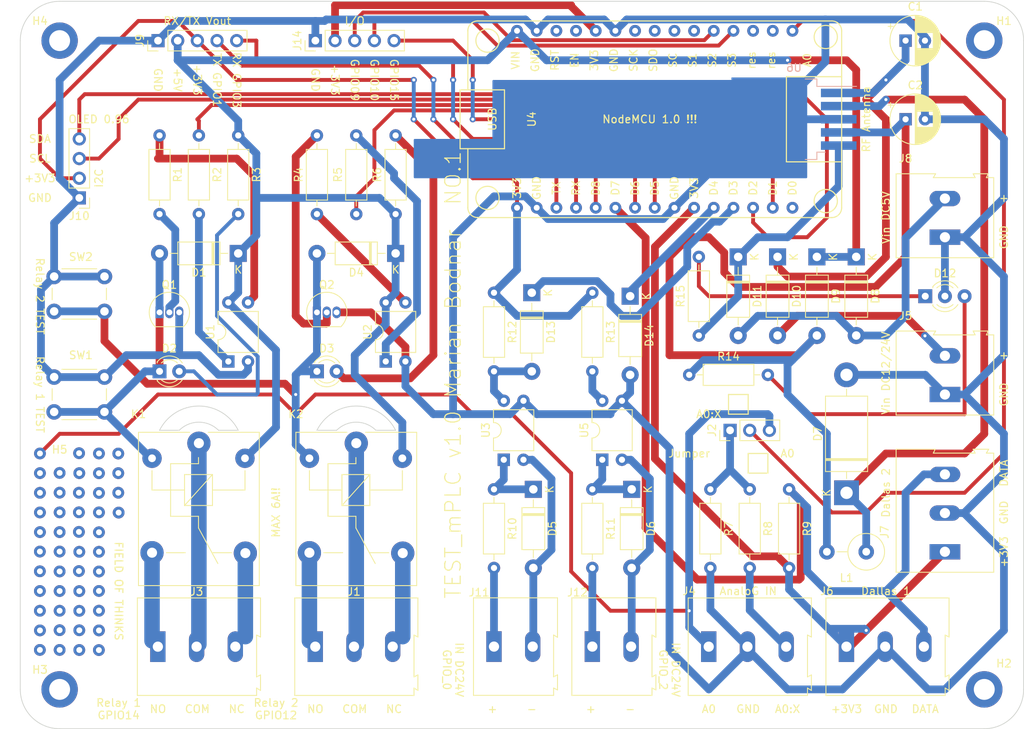
<source format=kicad_pcb>
(kicad_pcb (version 20211014) (generator pcbnew)
  (layers (0 "F.Cu" signal) (31 "B.Cu" signal) (34 "B.Paste" user) (35 "F.Paste" user) (36 "B.SilkS" user "B.Silkscreen") (37 "F.SilkS" user "F.Silkscreen") (38 "B.Mask" user) (39 "F.Mask" user) (44 "Edge.Cuts" user))
  (net 0 "")
  (net 1 "+5V")
  (net 2 "Net-(D1-Pad2)")
  (net 3 "Net-(D2-Pad2)")
  (net 4 "Net-(D3-Pad1)")
  (net 5 "Net-(D3-Pad2)")
  (net 6 "Net-(D5-Pad1)")
  (net 7 "Net-(D5-Pad2)")
  (net 8 "Net-(D6-Pad1)")
  (net 9 "Net-(D6-Pad2)")
  (net 10 "Net-(J1-Pad1)")
  (net 11 "Net-(J1-Pad2)")
  (net 12 "Net-(J1-Pad3)")
  (net 13 "Net-(J2-Pad1)")
  (net 14 "Net-(J2-Pad2)")
  (net 15 "Net-(J3-Pad1)")
  (net 16 "Net-(J3-Pad2)")
  (net 17 "Net-(J3-Pad3)")
  (net 18 "GND")
  (net 19 "Net-(J4-Pad3)")
  (net 20 "Net-(D10-Pad2)")
  (net 21 "Net-(J6-Pad3)")
  (net 22 "Net-(J9-Pad4)")
  (net 23 "Net-(J9-Pad5)")
  (net 24 "Net-(Q1-Pad2)")
  (net 25 "Net-(Q2-Pad2)")
  (net 26 "Net-(R1-Pad1)")
  (net 27 "Net-(R2-Pad1)")
  (net 28 "Net-(R2-Pad2)")
  (net 29 "Net-(R4-Pad1)")
  (net 30 "Net-(R5-Pad1)")
  (net 31 "Net-(R5-Pad2)")
  (net 32 "Net-(R13-Pad2)")
  (net 42 "Net-(C1-Pad1)")
  (net 43 "Net-(C2-Pad1)")
  (net 44 "Net-(D7-Pad1)")
  (net 45 "Net-(D11-Pad1)")
  (net 46 "Net-(D12-Pad3)")
  (net 47 "Net-(J11-Pad1)")
  (net 48 "Net-(J12-Pad1)")
  (net 49 "Net-(J6-Pad1)")
  (net 50 "Net-(J14-Pad3)")
  (net 51 "Net-(J14-Pad4)")
  (net 52 "Net-(J14-Pad5)")
  (net 53 "Net-(D12-Pad1)")
  (net 54 "Net-(D13-Pad1)")
  (net 55 "Net-(D13-Pad2)")
  (net 56 "Net-(D14-Pad1)")
  (net 57 "Net-(D11-Pad2)")
  (net 58 "Net-(J14-Pad2)")
  (net 59 "Net-(H5-Pad1)")
  (net 60 "Net-(J10-Pad2)")
  (net 61 "Net-(J10-Pad3)")
  (net 62 "Net-(J10-Pad4)")
  (footprint "Package_DIP:DIP-4_W7.62mm" (layer "F.Cu") (at 141.165 104.95 90)
    (fp_text reference "U3")
    (fp_text value "PC817")
  )
  (footprint "Nodemcu:Diera" (layer "F.Cu") (at 91.393315 109.209754)
    (fp_text reference "H6" hide)
    (fp_text value "MountingHole")
  )
  (footprint "Resistor_THT:R_Axial_DIN0207_L6.3mm_D2.5mm_P10.16mm_Horizontal" (layer "F.Cu") (at 166.35 88.9 90)
    (fp_text reference "R15")
    (fp_text value "1k")
  )
  (footprint "Nodemcu:Diera" (layer "F.Cu") (at 88.9 116.84)
    (fp_text reference "H6" hide)
    (fp_text value "MountingHole")
  )
  (footprint "Resistor_THT:R_Axial_DIN0207_L6.3mm_D2.5mm_P10.16mm_Horizontal" (layer "F.Cu") (at 101.8 63.05 -90)
    (fp_text reference "R2")
    (fp_text value "1K")
  )
  (footprint "Nodemcu:Diera" (layer "F.Cu") (at 91.440001 111.778395)
    (fp_text reference "H6" hide)
    (fp_text value "MountingHole")
  )
  (footprint "Diode_THT:D_DO-41_SOD81_P10.16mm_Horizontal" (layer "F.Cu") (at 144.78 83.37 -90)
    (fp_text reference "D13")
    (fp_text value "1N5817")
  )
  (footprint "Resistor_THT:R_Axial_DIN0207_L6.3mm_D2.5mm_P10.16mm_Horizontal" (layer "F.Cu") (at 178 118.93 90)
    (fp_text reference "R9")
    (fp_text value "4K7")
  )
  (footprint "Nodemcu:Diera" (layer "F.Cu") (at 86.313314 119.332265)
    (fp_text reference "H6" hide)
    (fp_text value "MountingHole")
  )
  (footprint "Nodemcu:Diera" (layer "F.Cu") (at 83.819999 129.520206)
    (fp_text reference "H6" hide)
    (fp_text value "MountingHole")
  )
  (footprint "Nodemcu:Diera" (layer "F.Cu") (at 88.9 124.450103)
    (fp_text reference "H6" hide)
    (fp_text value "MountingHole")
  )
  (footprint "Nodemcu:Diera" (layer "F.Cu") (at 88.9 119.389197)
    (fp_text reference "H6" hide)
    (fp_text value "MountingHole")
  )
  (footprint "Diode_THT:D_DO-41_SOD81_P10.16mm_Horizontal" (layer "F.Cu") (at 181.59 78.74 -90)
    (fp_text reference "D9")
    (fp_text value "1N5817")
  )
  (footprint "Resistor_THT:R_Axial_DIN0207_L6.3mm_D2.5mm_P10.16mm_Horizontal" (layer "F.Cu") (at 152.6 83.37 -90)
    (fp_text reference "R13")
    (fp_text value "5K6")
  )
  (footprint "Nodemcu:Diera" (layer "F.Cu") (at 86.331708 104.103211)
    (fp_text reference "H6" hide)
    (fp_text value "MountingHole")
  )
  (footprint "Nodemcu:Diera" (layer "F.Cu") (at 91.393315 106.679301)
    (fp_text reference "H6" hide)
    (fp_text value "MountingHole")
  )
  (footprint "Button_Switch_THT:SW_PUSH_6mm" (layer "F.Cu") (at 83.11 81.28)
    (fp_text reference "SW2")
    (fp_text value "SW1")
  )
  (footprint "Diode_THT:D_DO-41_SOD81_P10.16mm_Horizontal" (layer "F.Cu") (at 176.51 78.74 -90)
    (fp_text reference "D10")
    (fp_text value "1N4007")
  )
  (footprint "Diode_THT:D_DO-41_SOD81_P10.16mm_Horizontal" (layer "F.Cu") (at 144.98 108.77 -90)
    (fp_text reference "D5")
    (fp_text value "1N4007")
  )
  (footprint "Resistor_THT:R_Axial_DIN0207_L6.3mm_D2.5mm_P10.16mm_Horizontal" (layer "F.Cu") (at 167.84 108.77 -90)
    (fp_text reference "R7")
    (fp_text value "1k")
  )
  (footprint "Nodemcu:Diera" (layer "F.Cu") (at 88.900001 114.318395)
    (fp_text reference "H6" hide)
    (fp_text value "MountingHole")
  )
  (footprint "Capacitor_THT:CP_Radial_D6.3mm_P2.50mm" (layer "F.Cu") (at 193.04 60.96)
    (fp_text reference "C2")
    (fp_text value "100uF")
  )
  (footprint "Nodemcu:Diera" (layer "F.Cu") (at 86.313314 114.271359)
    (fp_text reference "H6" hide)
    (fp_text value "MountingHole")
  )
  (footprint "Nodemcu:Diera" (layer "F.Cu") (at 86.313314 111.740906)
    (fp_text reference "H6" hide)
    (fp_text value "MountingHole")
  )
  (footprint "Nodemcu:Diera" (layer "F.Cu") (at 86.36 129.530103)
    (fp_text reference "H6" hide)
    (fp_text value "MountingHole")
  )
  (footprint "Resistor_THT:R_Axial_DIN0207_L6.3mm_D2.5mm_P10.16mm_Horizontal" (layer "F.Cu") (at 117.04 73.21 90)
    (fp_text reference "R4")
    (fp_text value "510R")
  )
  (footprint "TerminalBlock:TerminalBlock_Altech_AK300-3_P5.00mm" (layer "F.Cu") (at 198.12 116.84 90)
    (fp_text reference "J7")
    (fp_text value "DALLAS2")
  )
  (footprint "Diode_THT:D_DO-41_SOD81_P10.16mm_Horizontal" (layer "F.Cu") (at 171.43 78.74 -90)
    (fp_text reference "D11")
    (fp_text value "1N5817")
  )
  (footprint "Capacitor_THT:CP_Radial_D6.3mm_P2.50mm" (layer "F.Cu") (at 193.04 50.8)
    (fp_text reference "C1")
    (fp_text value "100uF")
  )
  (footprint "Nodemcu:Diera" (layer "F.Cu") (at 81.28 104.14)
    (fp_text reference "H5")
    (fp_text value "adsd")
  )
  (footprint "Resistor_THT:R_Axial_DIN0207_L6.3mm_D2.5mm_P10.16mm_Horizontal" (layer "F.Cu") (at 172.92 108.77 -90)
    (fp_text reference "R8")
    (fp_text value "1k")
  )
  (footprint "TerminalBlock:TerminalBlock_Altech_AK300-3_P5.00mm" (layer "F.Cu") (at 185.405 129.1)
    (fp_text reference "J6")
    (fp_text value "DALLAS1")
  )
  (footprint "MountingHole:MountingHole_2.7mm_M2.5_DIN965_Pad" (layer "F.Cu") (at 203.2 50.8)
    (fp_text reference "H1")
    (fp_text value "MountingHole")
  )
  (footprint "MountingHole:MountingHole_2.7mm_M2.5_DIN965_Pad" (layer "F.Cu") (at 203.2 134.62)
    (fp_text reference "H2")
    (fp_text value "MountingHole")
  )
  (footprint "Nodemcu:Diera" (layer "F.Cu") (at 83.819999 126.971009)
    (fp_text reference "H6" hide)
    (fp_text value "MountingHole")
  )
  (footprint "Nodemcu:Diera" (layer "F.Cu") (at 83.819999 114.299999)
    (fp_text reference "H6" hide)
    (fp_text value "MountingHole")
  )
  (footprint "Nodemcu:Diera" (layer "F.Cu") (at 83.819999 124.4593)
    (fp_text reference "H6" hide)
    (fp_text value "MountingHole")
  )
  (footprint "Resistor_THT:R_Axial_DIN0207_L6.3mm_D2.5mm_P10.16mm_Horizontal" (layer "F.Cu") (at 139.9 83.37 -90)
    (fp_text reference "R12")
    (fp_text value "5K6")
  )
  (footprint "Nodemcu:Diera" (layer "F.Cu") (at 86.36 106.68)
    (fp_text reference "H6" hide)
    (fp_text value "MountingHole")
  )
  (footprint "Resistor_THT:R_Axial_DIN0207_L6.3mm_D2.5mm_P10.16mm_Horizontal" (layer "F.Cu") (at 122.12 73.21 90)
    (fp_text reference "R5")
    (fp_text value "1K")
  )
  (footprint "Package_DIP:DIP-4_W7.62mm" (layer "F.Cu") (at 153.88 104.95 90)
    (fp_text reference "U5")
    (fp_text value "PC817")
  )
  (footprint "Nodemcu:Diera" (layer "F.Cu") (at 81.270802 121.910103)
    (fp_text reference "H6" hide)
    (fp_text value "MountingHole")
  )
  (footprint "TerminalBlock:TerminalBlock_Altech_AK300-2_P5.00mm" (layer "F.Cu") (at 198.12 96.52 90)
    (fp_text reference "J5")
    (fp_text value "DC24Vin")
  )
  (footprint "Nodemcu:Diera" (layer "F.Cu") (at 81.28 127)
    (fp_text reference "H6" hide)
    (fp_text value "MountingHole")
  )
  (footprint "Nodemcu:Diera" (layer "F.Cu") (at 81.270802 124.4593)
    (fp_text reference "H6" hide)
    (fp_text value "MountingHole")
  )
  (footprint "TerminalBlock:TerminalBlock_Altech_AK300-3_P5.00mm" (layer "F.Cu") (at 96.505 129.1)
    (fp_text reference "J3")
    (fp_text value "RELAY1")
  )
  (footprint "Nodemcu:Diera" (layer "F.Cu") (at 86.36 121.92)
    (fp_text reference "H6" hide)
    (fp_text value "MountingHole")
  )
  (footprint "Nodemcu:Diera" (layer "F.Cu") (at 81.270802 129.520206)
    (fp_text reference "H6" hide)
    (fp_text value "MountingHole")
  )
  (footprint "Nodemcu:Diera" (layer "F.Cu") (at 88.9 127)
    (fp_text reference "H6" hide)
    (fp_text value "MountingHole")
  )
  (footprint "LED_THT:LED_D3.0mm" (layer "F.Cu") (at 96.72 93.53)
    (fp_text reference "D2")
    (fp_text value "LED")
  )
  (footprint "Resistor_THT:R_Axial_DIN0207_L6.3mm_D2.5mm_P10.16mm_Horizontal" (layer "F.Cu") (at 152.6 108.77 -90)
    (fp_text reference "R11")
    (fp_text value "10K")
  )
  (footprint "Relay_THT:Relay_SPDT_SANYOU_SRD_Series_Form_C" (layer "F.Cu") (at 101.8 102.81 -90)
    (fp_text reference "K1")
    (fp_text value "SANYOU_SRD_Form_C")
  )
  (footprint "Nodemcu:Diera" (layer "F.Cu") (at 81.28 109.22)
    (fp_text reference "H6" hide)
    (fp_text value "MountingHole")
  )
  (footprint "Nodemcu:Diera" (layer "F.Cu") (at 83.819999 116.811708)
    (fp_text reference "H6" hide)
    (fp_text value "MountingHole")
  )
  (footprint "Nodemcu:Diera" (layer "F.Cu") (at 86.36 124.469197)
    (fp_text reference "H6" hide)
    (fp_text value "MountingHole")
  )
  (footprint "Connector_PinHeader_2.54mm:PinHeader_1x03_P2.54mm_Vertical" (layer "F.Cu") (at 170.38 101.15 90)
    (fp_text reference "J2")
    (fp_text value "Analog switch")
  )
  (footprint "Nodemcu:Diera" (layer "F.Cu") (at 86.36 126.980906)
    (fp_text reference "H6" hide)
    (fp_text value "MountingHole")
  )
  (footprint "Nodemcu:Diera" (layer "F.Cu") (at 83.82 119.38)
    (fp_text reference "H6" hide)
    (fp_text value "MountingHole")
  )
  (footprint "Nodemcu:Diera" (layer "F.Cu") (at 91.393315 104.148848)
    (fp_text reference "H6" hide)
    (fp_text value "MountingHole")
  )
  (footprint "MountingHole:MountingHole_2.7mm_M2.5_DIN965_Pad" (layer "F.Cu") (at 83.82 134.62)
    (fp_text reference "H3")
    (fp_text value "MountingHole")
  )
  (footprint "Nodemcu:Diera" (layer "F.Cu") (at 81.28 106.68)
    (fp_text reference "H6" hide)
    (fp_text value "MountingHole")
  )
  (footprint "TerminalBlock:TerminalBlock_Altech_AK300-2_P5.00mm" (layer "F.Cu") (at 198.12 76.2 90)
    (fp_text reference "J8")
    (fp_text value "Vin5V")
  )
  (footprint "Nodemcu:Diera" (layer "F.Cu") (at 88.9 104.14)
    (fp_text reference "H6" hide)
    (fp_text value "MountingHole")
  )
  (footprint "Nodemcu:Diera" (layer "F.Cu") (at 83.819999 106.652408)
    (fp_text reference "H6" hide)
    (fp_text value "MountingHole")
  )
  (footprint "Button_Switch_THT:SW_PUSH_6mm" (layer "F.Cu") (at 83.11 94.27)
    (fp_text reference "SW1")
    (fp_text value "SW1")
  )
  (footprint "Nodemcu:Diera" (layer "F.Cu") (at 83.819999 111.750802)
    (fp_text reference "H6" hide)
    (fp_text value "MountingHole")
  )
  (footprint "Nodemcu:Diera" (layer "F.Cu") (at 81.270802 119.360906)
    (fp_text reference "H6" hide)
    (fp_text value "MountingHole")
  )
  (footprint "Connector_PinHeader_2.54mm:PinHeader_1x05_P2.54mm_Vertical" (layer "F.Cu") (at 116.84 50.8 90)
    (fp_text reference "J14")
    (fp_text value "GPIO-3V3")
  )
  (footprint "Package_DIP:DIP-4_W7.62mm" (layer "F.Cu") (at 105.605 92.25 90)
    (fp_text reference "U1")
    (fp_text value "PC817")
  )
  (footprint "TerminalBlock:TerminalBlock_Altech_AK300-2_P5.00mm" (layer "F.Cu") (at 152.6 129.09)
    (fp_text reference "J12")
    (fp_text value "IN2")
  )
  (footprint "Diode_THT:D_DO-41_SOD81_P10.16mm_Horizontal" (layer "F.Cu") (at 127.2 78.29 180)
    (fp_text reference "D4")
    (fp_text value "1N4007")
  )
  (footprint "Resistor_THT:R_Axial_DIN0207_L6.3mm_D2.5mm_P10.16mm_Horizontal" (layer "F.Cu") (at 127.2 73.21 90)
    (fp_text reference "R6")
    (fp_text value "1k")
  )
  (footprint "Package_TO_SOT_THT:TO-92_Inline" (layer "F.Cu") (at 96.72 85.91)
    (fp_text reference "Q1")
    (fp_text value "BC547")
  )
  (footprint "Nodemcu:NodeMCU1.0(12-E)" (layer "F.Cu") (at 178.435 49.53 -90)
    (fp_text reference "U4")
    (fp_text value "NodeMCU1.0(ESP-12E)")
  )
  (footprint "Nodemcu:Diera" (layer "F.Cu") (at 88.9 121.900906)
    (fp_text reference "H6" hide)
    (fp_text value "MountingHole")
  )
  (footprint "Relay_THT:Relay_SPDT_SANYOU_SRD_Series_Form_C" (layer "F.Cu") (at 122.12 102.81 -90)
    (fp_text reference "K2")
    (fp_text value "SANYOU_SRD_Form_C")
  )
  (footprint "Nodemcu:Diera" (layer "F.Cu") (at 88.9 106.689197)
    (fp_text reference "H6" hide)
    (fp_text value "MountingHole")
  )
  (footprint "Nodemcu:Diera" (layer "F.Cu") (at 88.9 109.238394)
    (fp_text reference "H6" hide)
    (fp_text value "MountingHole")
  )
  (footprint "Nodemcu:Diera" (layer "F.Cu") (at 81.28 111.76)
    (fp_text reference "H6" hide)
    (fp_text value "MountingHole")
  )
  (footprint "Diode_THT:D_DO-201AD_P15.24mm_Horizontal" (layer "F.Cu") (at 185.42 109.22 90)
    (fp_text reference "D7")
    (fp_text value "1N5822")
  )
  (footprint "LED_THT:LED_D3.0mm-3" (layer "F.Cu") (at 195.58 83.82)
    (fp_text reference "D12")
    (fp_text value "LED_Dual_AKA")
  )
  (footprint "Nodemcu:Diera" (layer "F.Cu") (at 83.819999 121.910103)
    (fp_text reference "H6" hide)
    (fp_text value "MountingHole")
  )
  (footprint "Package_TO_SOT_THT:TO-92_Inline" (layer "F.Cu") (at 117.04 85.91)
    (fp_text reference "Q2")
    (fp_text value "BC547")
  )
  (footprint "Diode_THT:D_DO-41_SOD81_P10.16mm_Horizontal" (layer "F.Cu") (at 186.67 78.74 -90)
    (fp_text reference "D8")
    (fp_text value "1N5817")
  )
  (footprint "Resistor_THT:R_Axial_DIN0207_L6.3mm_D2.5mm_P10.16mm_Horizontal" (layer "F.Cu") (at 165.1 93.98)
    (fp_text reference "R14")
    (fp_text value "1k")
  )
  (footprint "MountingHole:MountingHole_2.7mm_M2.5_DIN965_Pad" (layer "F.Cu") (at 83.82 50.8)
    (fp_text reference "H4")
    (fp_text value "MountingHole")
  )
  (footprint "TerminalBlock:TerminalBlock_Altech_AK300-3_P5.00mm" (layer "F.Cu") (at 116.825 129.1)
    (fp_text reference "J1")
    (fp_text value "RELAY2")
  )
  (footprint "Nodemcu:Diera" (layer "F.Cu") (at 88.9 111.750103)
    (fp_text reference "H6" hide)
    (fp_text value "MountingHole")
  )
  (footprint "Nodemcu:Diera" (layer "F.Cu") (at 86.36 116.84)
    (fp_text reference "H6" hide)
    (fp_text value "MountingHole")
  )
  (footprint "TerminalBlock:TerminalBlock_Altech_AK300-2_P5.00mm" (layer "F.Cu") (at 139.9 129.09)
    (fp_text reference "J11")
    (fp_text value "IN1")
  )
  (footprint "Resistor_THT:R_Axial_DIN0207_L6.3mm_D2.5mm_P10.16mm_Horizontal" (layer "F.Cu") (at 106.88 63.05 -90)
    (fp_text reference "R3")
    (fp_text value "1k")
  )
  (footprint "Diode_THT:D_DO-41_SOD81_P10.16mm_Horizontal" (layer "F.Cu") (at 157.68 108.77 -90)
    (fp_text reference "D6")
    (fp_text value "1N4007")
  )
  (footprint "Connector_PinHeader_2.54mm:PinHeader_1x05_P2.54mm_Vertical" (layer "F.Cu") (at 96.525 50.8 90)
    (fp_text reference "J9")
    (fp_text value "RX/TX")
  )
  (footprint "Diode_THT:D_DO-41_SOD81_P10.16mm_Horizontal" (layer "F.Cu") (at 106.88 78.29 180)
    (fp_text reference "D1")
    (fp_text value "1N4007")
  )
  (footprint "Package_DIP:DIP-4_W7.62mm" (layer "F.Cu") (at 125.925 92.25 90)
    (fp_text reference "U2")
    (fp_text value "PC817")
  )
  (footprint "TerminalBlock:TerminalBlock_Altech_AK300-3_P5.00mm" (layer "F.Cu") (at 167.625 129.1)
    (fp_text reference "J4")
    (fp_text value "A0")
  )
  (footprint "Resistor_THT:R_Axial_DIN0207_L6.3mm_D2.5mm_P10.16mm_Horizontal" (layer "F.Cu") (at 139.9 108.77 -90)
    (fp_text reference "R10")
    (fp_text value "10K")
  )
  (footprint "Nodemcu:Diera" (layer "F.Cu") (at 81.28 114.3)
    (fp_text reference "H6" hide)
    (fp_text value "MountingHole")
  )
  (footprint "Inductor_THT:L_Axial_L11.0mm_D4.5mm_P5.08mm_Vertical_Fastron_MECC" (layer "F.Cu") (at 187.96 116.84 180)
    (fp_text reference "L1")
    (fp_text value "330uH")
  )
  (footprint "LED_THT:LED_D3.0mm" (layer "F.Cu") (at 117.04 93.53)
    (fp_text reference "D3")
    (fp_text value "LED")
  )
  (footprint "Nodemcu:Diera" (layer "F.Cu") (at 83.819999 109.201605)
    (fp_text reference "H6" hide)
    (fp_text value "MountingHole")
  )
  (footprint "Nodemcu:Diera" (layer "F.Cu") (at 88.889403 129.539999)
    (fp_text reference "H6" hide)
    (fp_text value "MountingHole")
  )
  (footprint "Resistor_THT:R_Axial_DIN0207_L6.3mm_D2.5mm_P10.16mm_Horizontal" (layer "F.Cu") (at 96.72 63.05 -90)
    (fp_text reference "R1")
    (fp_text value "510R")
  )
  (footprint "Diode_THT:D_DO-41_SOD81_P10.16mm_Horizontal" (layer "F.Cu") (at 157.48 83.82 -90)
    (fp_text reference "D14")
    (fp_text value "1N5817")
  )
  (footprint "Nodemcu:Diera" (layer "F.Cu") (at 86.313314 109.210453)
    (fp_text reference "H6" hide)
    (fp_text value "MountingHole")
  )
  (footprint "Nodemcu:Diera" (layer "F.Cu") (at 81.270802 116.811708)
    (fp_text reference "H6" hide)
    (fp_text value "MountingHole")
  )
  (footprint "Connector_PinHeader_2.54mm:PinHeader_1x04_P2.54mm_Vertical" (layer "F.Cu") (at 86.36 71.12 180)
    (fp_text reference "J10")
    (fp_text value "I2C")
  )
  (footprint "Package_TO_SOT_SMD:TO-263-5_TabPin3" (layer "B.Cu") (at 178.635 60.96 180)
    (fp_text reference "U6")
    (fp_text value "LM2575-5.0BU")
  )
  (gr_line (start 172.72 104.14) (end 175.26 104.14) (layer "F.SilkS") (width 0.15))
  (gr_line (start 172.72 99.06) (end 172.72 96.52) (layer "F.SilkS") (width 0.15))
  (gr_line (start 175.26 106.68) (end 172.72 106.68) (layer "F.SilkS") (width 0.15))
  (gr_line (start 170.18 96.52) (end 170.18 99.06) (layer "F.SilkS") (width 0.15))
  (gr_line (start 175.26 104.14) (end 175.26 106.68) (layer "F.SilkS") (width 0.15))
  (gr_line (start 172.72 96.52) (end 170.18 96.52) (layer "F.SilkS") (width 0.15))
  (gr_line (start 170.18 99.06) (end 172.72 99.06) (layer "F.SilkS") (width 0.15))
  (gr_line (start 172.72 106.68) (end 172.72 104.14) (layer "F.SilkS") (width 0.15))
  (gr_arc (start 119.58 101.15) (mid 122.12 100.097898) (end 124.66 101.15) (layer "Edge.Cuts") (width 0.1))
  (gr_line (start 83.82 139.7) (end 203.2 139.7) (layer "Edge.Cuts") (width 0.1))
  (gr_arc (start 96.720001 101.15) (mid 101.8 98.010374) (end 106.879999 101.15) (layer "Edge.Cuts") (width 0.1))
  (gr_arc (start 99.26 101.15) (mid 101.8 100.097898) (end 104.34 101.15) (layer "Edge.Cuts") (width 0.1))
  (gr_line (start 104.34 101.15) (end 106.879999 101.15) (layer "Edge.Cuts") (width 0.1))
  (gr_line (start 96.720001 101.15) (end 99.26 101.15) (layer "Edge.Cuts") (width 0.1))
  (gr_arc (start 203.2 45.72) (mid 206.792102 47.207898) (end 208.28 50.8) (layer "Edge.Cuts") (width 0.1))
  (gr_line (start 124.66 101.15) (end 127.199999 101.15) (layer "Edge.Cuts") (width 0.1))
  (gr_line (start 117.040001 101.15) (end 119.58 101.15) (layer "Edge.Cuts") (width 0.1))
  (gr_arc (start 208.28 134.62) (mid 206.792102 138.212102) (end 203.2 139.7) (layer "Edge.Cuts") (width 0.1))
  (gr_line locked (start 83.82 45.72) (end 203.2 45.72) (layer "Edge.Cuts") (width 0.1))
  (gr_arc (start 78.74 50.8) (mid 80.227898 47.207898) (end 83.82 45.72) (layer "Edge.Cuts") (width 0.1))
  (gr_line (start 208.28 50.8) (end 208.28 134.62) (layer "Edge.Cuts") (width 0.1))
  (gr_arc (start 117.040001 101.15) (mid 122.12 98.010388) (end 127.199999 101.15) (layer "Edge.Cuts") (width 0.1))
  (gr_line (start 78.74 50.8) (end 78.74 134.62) (layer "Edge.Cuts") (width 0.1))
  (gr_arc (start 83.82 139.7) (mid 80.227898 138.212102) (end 78.74 134.62) (layer "Edge.Cuts") (width 0.1))
  (gr_text "+3V3" (at 81.28 68.58) (layer "F.SilkS") (effects (font (size 1 1))))
  (gr_text "+" (at 205.74 71.12) (layer "F.SilkS") (effects (font (size 1 1))))
  (gr_text "COM" (at 121.92 137.16) (layer "F.SilkS") (effects (font (size 1 1))))
  (gr_text "Relay 1\nGPIO14" (at 91.44 137.16) (layer "F.SilkS") (effects (font (size 1 1))))
  (gr_text "Vin DC5V" (at 190.5 73.66 90) (layer "F.SilkS") (effects (font (size 1 1))))
  (gr_text "GND" (at 116.84 55.88 270) (layer "F.SilkS") (effects (font (size 1 1))))
  (gr_text "IN DC24V\nGPIO_0" (at 134.62 132.08 270) (layer "F.SilkS") (effects (font (size 1 1))))
  (gr_text "A0" (at 177.8 104.14) (layer "F.SilkS") (effects (font (size 1 1))))
  (gr_text "RX GPIO3" (at 106.68 55.88 270) (layer "F.SilkS") (effects (font (size 1 1))))
  (gr_text "GPIO15" (at 127 55.88 270) (layer "F.SilkS") (effects (font (size 1 1))))
  (gr_text "NodeMCU 1.0 !!!" (at 160.02 60.96) (layer "F.SilkS") (effects (font (size 1 1))))
  (gr_text "I2C" (at 88.9 68.58 90) (layer "F.SilkS") (effects (font (size 1 1))))
  (gr_text "NO" (at 96.52 137.16) (layer "F.SilkS") (effects (font (size 1 1))))
  (gr_text "GND" (at 81.28 71.12) (layer "F.SilkS") (effects (font (size 1 1))))
  (gr_text "A0" (at 167.64 137.16) (layer "F.SilkS") (effects (font (size 1 1))))
  (gr_text "-" (at 157.48 137.16) (layer "F.SilkS") (effects (font (size 1 1))))
  (gr_text "+" (at 205.74 91.44) (layer "F.SilkS") (effects (font (size 1 1))))
  (gr_text "NC" (at 126.997901 137.159999) (layer "F.SilkS") (effects (font (size 1 1))))
  (gr_text "GND" (at 96.52 55.88 270) (layer "F.SilkS") (effects (font (size 1 1))))
  (gr_text "COM" (at 101.6 137.16) (layer "F.SilkS") (effects (font (size 1 1))))
  (gr_text "A0:X" (at 177.8 137.16) (layer "F.SilkS") (effects (font (size 1 1))))
  (gr_text "DATA" (at 195.58 137.16) (layer "F.SilkS") (effects (font (size 1 1))))
  (gr_text "GND" (at 190.5 137.16) (layer "F.SilkS") (effects (font (size 1 1))))
  (gr_text "AnaloG IN" (at 172.72 121.92) (layer "F.SilkS") (effects (font (size 1 1))))
  (gr_text "OLED 0.96" (at 88.9 60.96) (layer "F.SilkS") (effects (font (size 1 1))))
  (gr_text "FIELD OF THINKS" (at 91.44 121.92 270) (layer "F.SilkS") (effects (font (size 1 1))))
  (gr_text "Relay 2\nGPIO12" (at 111.76 137.16) (layer "F.SilkS") (effects (font (size 1 1))))
  (gr_text "+3V3" (at 185.42 137.16) (layer "F.SilkS") (effects (font (size 1 1))))
  (gr_text "Dallas 2" (at 190.5 109.22 90) (layer "F.SilkS") (effects (font (size 1 1))))
  (gr_text "+3V3" (at 101.6 55.88 270) (layer "F.SilkS") (effects (font (size 1 1))))
  (gr_text "SDA" (at 81.28 63.5) (layer "F.SilkS") (effects (font (size 1 1))))
  (gr_text "NO" (at 116.84 137.16) (layer "F.SilkS") (effects (font (size 1 1))))
  (gr_text "Vin DC12/24V" (at 190.5 93.745 90) (layer "F.SilkS") (effects (font (size 1 1))))
  (gr_text "+" (at 152.4 137.16) (layer "F.SilkS") (effects (font (size 1 1))))
  (gr_text "RX/TX Vout" (at 101.6 48.26) (layer "F.SilkS") (effects (font (size 1 1))))
  (gr_text "+3V3" (at 205.74 116.84 90) (layer "F.SilkS") (effects (font (size 1 1))))
  (gr_text "Relay 2 TEST" (at 81.28 83.82 270) (layer "F.SilkS") (effects (font (size 1 1))))
  (gr_text "TEST_mPLC v1.0 Marian Bodnar  NO.1" (at 134.62 93.98 90) (layer "F.SilkS") (effects (font (size 2 2))))
  (gr_text "GND" (at 205.74 111.76 90) (layer "F.SilkS") (effects (font (size 1 1))))
  (gr_text "+" (at 139.7 137.16) (layer "F.SilkS") (effects (font (size 1 1))))
  (gr_text "GPIO09" (at 121.92 55.88 270) (layer "F.SilkS") (effects (font (size 1 1))))
  (gr_text "Relay 1 TEST" (at 81.28 96.52 270) (layer "F.SilkS") (effects (font (size 1 1))))
  (gr_text "IN DC24V\nGPIO_2" (at 162.56 132.08 270) (layer "F.SilkS") (effects (font (size 1 1))))
  (gr_text "GND" (at 205.74 76.2 90) (layer "F.SilkS") (effects (font (size 1 1))))
  (gr_text "+3V3" (at 119.38 55.88 270) (layer "F.SilkS") (effects (font (size 1 1))))
  (gr_text "-" (at 144.78 137.16) (layer "F.SilkS") (effects (font (size 1 1))))
  (gr_text "SCL" (at 81.28 66.04) (layer "F.SilkS") (effects (font (size 1 1))))
  (gr_text "A0:X" (at 167.64 99.06) (layer "F.SilkS") (effects (font (size 1 1))))
  (gr_text "Dallas 1" (at 190.5 121.92) (layer "F.SilkS") (effects (font (size 1 1))))
  (gr_text "NC" (at 106.68 137.16) (layer "F.SilkS") (effects (font (size 1 1))))
  (gr_text "GND" (at 205.74 96.52 90) (layer "F.SilkS") (effects (font (size 1 1))))
  (gr_text "GND" (at 172.72 137.16) (layer "F.SilkS") (effects (font (size 1 1))))
  (gr_text "DATA" (at 205.74 106.68 90) (layer "F.SilkS") (effects (font (size 1 1))))
  (gr_text "TX GPIO1" (at 104.14 55.88 270) (layer "F.SilkS") (effects (font (size 1 1))))
  (gr_text "Jumper" (at 165.1 104.14) (layer "F.SilkS") (effects (font (size 1 1))))
  (gr_text "I/O" (at 121.92 48.26) (layer "F.SilkS") (effects (font (size 1 1))))
  (gr_text "MAX 6A!!" (at 111.76 111.76 90) (layer "F.SilkS") (effects (font (size 1 1))))
  (gr_text "+5V" (at 99.06 55.88 270) (layer "F.SilkS") (effects (font (size 1 1))))
  (gr_text "GPIO10" (at 124.46 55.88 270) (layer "F.SilkS") (effects (font (size 1 1))))
  (segment (start 186.67 78.74) (end 186.67 54.59) (width 1) (layer "F.Cu") (net 1))
  (segment (start 185.42 53.34) (end 177.8 53.34) (width 1) (layer "F.Cu") (net 1))
  (segment (start 186.67 54.59) (end 185.42 53.34) (width 1) (layer "F.Cu") (net 1))
  (via (at 177.8 53.34) (size 0.8) (drill 0.4) (layers "F.Cu" "B.Cu") (net 1))
  (segment (start 121.92 93.98) (end 121.92 91.44) (width 1) (layer "B.Cu") (net 1))
  (segment (start 127.2 78.29) (end 127.2 83.355) (width 1) (layer "B.Cu") (net 1))
  (segment (start 142.875 49.53) (end 146.685 53.34) (width 1) (layer "B.Cu") (net 1))
  (segment (start 107.75 104.76) (end 111.76 100.75) (width 1) (layer "B.Cu") (net 1))
  (segment (start 99.065 50.8) (end 99.065 53.335) (width 1) (layer "B.Cu") (net 1))
  (segment (start 139.07 53.335) (end 99.065 53.335) (width 1) (layer "B.Cu") (net 1))
  (segment (start 99.065 53.345) (end 106.88 61.16) (width 1) (layer "B.Cu") (net 1))
  (segment (start 106.88 78.29) (end 106.88 83.355) (width 1) (layer "B.Cu") (net 1))
  (segment (start 111.76 100.75) (end 111.76 90.785) (width 1) (layer "B.Cu") (net 1))
  (segment (start 128.07 104.76) (end 128.07 100.13) (width 1) (layer "B.Cu") (net 1))
  (segment (start 109.22 75.95) (end 106.88 78.29) (width 1) (layer "B.Cu") (net 1))
  (segment (start 127.2 73.21) (end 127.2 78.29) (width 1) (layer "B.Cu") (net 1))
  (segment (start 127.2 73.21) (end 125.11 71.12) (width 1) (layer "B.Cu") (net 1))
  (segment (start 99.065 53.335) (end 99.065 53.345) (width 1) (layer "B.Cu") (net 1))
  (segment (start 106.88 61.16) (end 106.88 63.05) (width 1) (layer "B.Cu") (net 1))
  (segment (start 109.22 65.39) (end 109.22 71.12) (width 1) (layer "B.Cu") (net 1))
  (segment (start 128.07 100.13) (end 121.92 93.98) (width 1) (layer "B.Cu") (net 1))
  (segment (start 106.88 83.355) (end 105.605 84.63) (width 1) (layer "B.Cu") (net 1))
  (segment (start 121.92 91.44) (end 125.925 87.435) (width 1) (layer "B.Cu") (net 1))
  (segment (start 106.88 63.05) (end 109.22 65.39) (width 1) (layer "B.Cu") (net 1))
  (segment (start 142.875 49.53) (end 139.07 53.335) (width 1) (layer "B.Cu") (net 1))
  (segment (start 127.2 83.355) (end 125.925 84.63) (width 1) (layer "B.Cu") (net 1))
  (segment (start 125.11 71.12) (end 109.22 71.12) (width 1) (layer "B.Cu") (net 1))
  (segment (start 111.76 90.785) (end 105.605 84.63) (width 1) (layer "B.Cu") (net 1))
  (segment (start 146.685 53.34) (end 177.8 53.34) (width 1) (layer "B.Cu") (net 1))
  (segment (start 125.925 87.435) (end 125.925 84.63) (width 1) (layer "B.Cu") (net 1))
  (segment (start 109.22 71.12) (end 109.22 75.95) (width 1) (layer "B.Cu") (net 1))
  (segment (start 186.67 78.74) (end 181.59 78.74) (width 1) (layer "B.Cu") (net 1))
  (segment (start 96.72 85.91) (end 96.72 93.53) (width 1) (layer "F.Cu") (net 2))
  (segment (start 96.72 78.29) (end 96.72 85.91) (width 1) (layer "B.Cu") (net 2))
  (segment (start 89.61 98.77) (end 95.6 104.76) (width 1) (layer "B.Cu") (net 2))
  (segment (start 83.11 98.77) (end 89.61 98.77) (width 1) (layer "B.Cu") (net 2))
  (segment (start 94.85 93.53) (end 89.61 98.77) (width 1) (layer "B.Cu") (net 2))
  (segment (start 95.6 104.76) (end 95.75 104.76) (width 0.25) (layer "B.Cu") (net 2))
  (segment (start 96.72 93.53) (end 94.85 93.53) (width 1) (layer "B.Cu") (net 2))
  (segment (start 109.394511 96.345489) (end 109.394511 91.614511) (width 0.5) (layer "B.Cu") (net 3))
  (segment (start 109.22 96.52) (end 109.394511 96.345489) (width 0.5) (layer "B.Cu") (net 3))
  (segment (start 99.26 93.53) (end 101.15 93.53) (width 0.5) (layer "B.Cu") (net 3))
  (segment (start 104.14 86.36) (end 104.14 75.95) (width 0.5) (layer "B.Cu") (net 3))
  (segment (start 104.14 96.52) (end 109.22 96.52) (width 0.5) (layer "B.Cu") (net 3))
  (segment (start 101.15 93.53) (end 104.14 96.52) (width 0.5) (layer "B.Cu") (net 3))
  (segment (start 109.394511 91.614511) (end 104.14 86.36) (width 0.5) (layer "B.Cu") (net 3))
  (segment (start 104.14 75.95) (end 106.88 73.21) (width 0.5) (layer "B.Cu") (net 3))
  (segment (start 112.909511 95.129511) (end 114.3 96.52) (width 1) (layer "F.Cu") (net 4))
  (segment (start 89.61 89.61) (end 93.98 93.98) (width 1) (layer "F.Cu") (net 4))
  (segment (start 95.120489 95.129511) (end 112.909511 95.129511) (width 1) (layer "F.Cu") (net 4))
  (segment (start 89.61 85.78) (end 89.61 89.61) (width 1) (layer "F.Cu") (net 4))
  (segment (start 93.98 93.989022) (end 95.120489 95.129511) (width 1) (layer "F.Cu") (net 4))
  (segment (start 93.98 93.98) (end 93.98 93.989022) (width 1) (layer "F.Cu") (net 4))
  (via (at 114.3 96.52) (size 0.8) (drill 0.4) (layers "F.Cu" "B.Cu") (net 4))
  (segment (start 117.04 78.29) (end 117.04 85.91) (width 1) (layer "B.Cu") (net 4))
  (segment (start 114.3 102.99) (end 114.3 96.52) (width 1) (layer "B.Cu") (net 4))
  (segment (start 114.3 96.52) (end 114.3 93.98) (width 1) (layer "B.Cu") (net 4))
  (segment (start 83.11 85.78) (end 89.61 85.78) (width 1) (layer "B.Cu") (net 4))
  (segment (start 117.04 93.53) (end 114.75 93.53) (width 1) (layer "B.Cu") (net 4))
  (segment (start 116.07 104.76) (end 114.3 102.99) (width 1) (layer "B.Cu") (net 4))
  (segment (start 117.04 85.91) (end 117.04 91.24) (width 1) (layer "B.Cu") (net 4))
  (segment (start 114.3 93.98) (end 117.04 91.24) (width 1) (layer "B.Cu") (net 4))
  (segment (start 114.75 93.53) (end 114.3 93.98) (width 0.25) (layer "B.Cu") (net 4))
  (segment (start 127.2 63.05) (end 132.08 67.93) (width 1) (layer "F.Cu") (net 5))
  (segment (start 120.48 94.43) (end 119.58 93.53) (width 1) (layer "F.Cu") (net 5))
  (segment (start 129.09 94.43) (end 120.48 94.43) (width 1) (layer "F.Cu") (net 5))
  (segment (start 132.08 67.93) (end 132.08 91.44) (width 1) (layer "F.Cu") (net 5))
  (segment (start 132.08 91.44) (end 129.09 94.43) (width 1) (layer "F.Cu") (net 5))
  (segment (start 141.165 104.95) (end 141.165 107.505) (width 1) (layer "B.Cu") (net 6))
  (segment (start 141.165 107.505) (end 139.9 108.77) (width 1) (layer "B.Cu") (net 6))
  (segment (start 139.9 108.77) (end 144.98 108.77) (width 1) (layer "B.Cu") (net 6))
  (segment (start 144.98 118.93) (end 144.98 129.01) (width 1) (layer "B.Cu") (net 7))
  (segment (start 144.98 129.01) (end 144.9 129.09) (width 1) (layer "B.Cu") (net 7))
  (segment (start 147.32 107.43363) (end 147.32 116.59) (width 1) (layer "B.Cu") (net 7))
  (segment (start 147.32 116.59) (end 144.98 118.93) (width 1) (layer "B.Cu") (net 7))
  (segment (start 143.705 104.95) (end 144.83637 104.95) (width 1) (layer "B.Cu") (net 7))
  (segment (start 144.83637 104.95) (end 147.32 107.43363) (width 1) (layer "B.Cu") (net 7))
  (segment (start 153.88 107.49) (end 152.6 108.77) (width 1) (layer "B.Cu") (net 8))
  (segment (start 152.6 108.77) (end 157.68 108.77) (width 1) (layer "B.Cu") (net 8))
  (segment (start 153.88 104.95) (end 153.88 107.49) (width 1) (layer "B.Cu") (net 8))
  (segment (start 157.55137 104.95) (end 160.02 107.41863) (width 1) (layer "B.Cu") (net 9))
  (segment (start 160.02 116.59) (end 157.68 118.93) (width 1) (layer "B.Cu") (net 9))
  (segment (start 157.68 118.93) (end 157.68 129.01) (width 1) (layer "B.Cu") (net 9))
  (segment (start 157.68 129.01) (end 157.6 129.09) (width 1) (layer "B.Cu") (net 9))
  (segment (start 156.42 104.95) (end 157.55137 104.95) (width 1) (layer "B.Cu") (net 9))
  (segment (start 160.02 107.41863) (end 160.02 116.59) (width 1) (layer "B.Cu") (net 9))
  (segment (start 116.07 128.345) (end 116.825 129.1) (width 0.25) (layer "B.Cu") (net 10))
  (segment (start 116.07 116.96) (end 116.07 128.345) (width 2) (layer "B.Cu") (net 10))
  (segment (start 122.12 128.805) (end 121.825 129.1) (width 0.25) (layer "B.Cu") (net 11))
  (segment (start 122.12 102.81) (end 122.12 128.805) (width 2) (layer "B.Cu") (net 11))
  (segment (start 128.12 117.01) (end 128.12 127.805) (width 2) (layer "B.Cu") (net 12))
  (segment (start 128.12 127.805) (end 126.825 129.1) (width 0.25) (layer "B.Cu") (net 12))
  (segment (start 170.38 101.15) (end 170.38 106.23) (width 1) (layer "B.Cu") (net 13))
  (segment (start 170.38 106.23) (end 172.92 108.77) (width 1) (layer "B.Cu") (net 13))
  (segment (start 170.38 106.23) (end 167.84 108.77) (width 1) (layer "B.Cu") (net 13))
  (segment (start 200.66 109.22) (end 190.5 109.22) (width 0.5) (layer "F.Cu") (net 14))
  (segment (start 205.74 58.42) (end 205.74 104.14) (width 0.5) (layer "F.Cu") (net 14))
  (segment (start 190.5 109.22) (end 187.96 111.76) (width 0.5) (layer "F.Cu") (net 14))
  (segment (start 179.705 48.26) (end 195.58 48.26) (width 0.5) (layer "F.Cu") (net 14))
  (segment (start 183.53 111.76) (end 172.92 101.15) (width 0.5) (layer "F.Cu") (net 14))
  (segment (start 187.96 111.76) (end 183.53 111.76) (width 0.5) (layer "F.Cu") (net 14))
  (segment (start 205.74 104.14) (end 200.66 109.22) (width 0.5) (layer "F.Cu") (net 14))
  (segment (start 195.58 48.26) (end 205.74 58.42) (width 0.5) (layer "F.Cu") (net 14))
  (segment (start 178.435 49.53) (end 179.705 48.26) (width 0.5) (layer "F.Cu") (net 14))
  (segment (start 95.75 128.345) (end 96.505 129.1) (width 0.25) (layer "B.Cu") (net 15))
  (segment (start 95.75 116.96) (end 95.75 128.345) (width 2) (layer "B.Cu") (net 15))
  (segment (start 101.8 102.81) (end 101.8 128.805) (width 2) (layer "B.Cu") (net 16))
  (segment (start 101.8 128.805) (end 101.505 129.1) (width 0.25) (layer "B.Cu") (net 16))
  (segment (start 107.8 127.805) (end 106.505 129.1) (width 0.25) (layer "B.Cu") (net 17))
  (segment (start 107.8 117.01) (end 107.8 127.805) (width 2) (layer "B.Cu") (net 17))
  (segment (start 128.465 90.365) (end 128.465 92.25) (width 1) (layer "F.Cu") (net 18))
  (segment (start 119.58 85.91) (end 124.01 85.91) (width 1) (layer "F.Cu") (net 18))
  (segment (start 124.01 85.91) (end 128.465 90.365) (width 1) (layer "F.Cu") (net 18))
  (segment (start 182.688489 53.531511) (end 182.688489 48.068489) (width 1) (layer "B.Cu") (net 18))
  (segment (start 139.891511 70.928489) (end 134.62 76.2) (width 1) (layer "B.Cu") (net 18))
  (segment (start 118.042081 48.26) (end 116.84 48.26) (width 1) (layer "B.Cu") (net 18))
  (segment (start 172.625 129.445) (end 177.8 134.62) (width 1) (layer "B.Cu") (net 18))
  (segment (start 83.11 94.27) (end 89.61 94.27) (width 1) (layer "B.Cu") (net 18))
  (segment (start 96.525 50.8) (end 96.525 50.795) (width 1) (layer "B.Cu") (net 18))
  (segment (start 205.74 91.44) (end 200.66 96.52) (width 1) (layer "B.Cu") (net 18))
  (segment (start 172.625 129.635) (end 172.625 129.1) (width 1) (layer "B.Cu") (net 18))
  (segment (start 83.11 74.37) (end 86.36 71.12) (width 1) (layer "B.Cu") (net 18))
  (segment (start 146.876511 73.851511) (end 161.733489 73.851511) (width 1) (layer "B.Cu") (net 18))
  (segment (start 163.195 72.39) (end 174.625 60.96) (width 1) (layer "B.Cu") (net 18))
  (segment (start 101.795978 91.44) (end 104.335978 93.98) (width 1) (layer "B.Cu") (net 18))
  (segment (start 167.84 118.93) (end 167.84 124.315) (width 1) (layer "B.Cu") (net 18))
  (segment (start 157.48 93.98) (end 157.48 96.27) (width 1) (layer "B.Cu") (net 18))
  (segment (start 88.9 50.8) (end 83.82 55.88) (width 1) (layer "B.Cu") (net 18))
  (segment (start 184.885 134.62) (end 190.405 129.1) (width 1) (layer "B.Cu") (net 18))
  (segment (start 161.733489 73.851511) (end 163.195 72.39) (width 1) (layer "B.Cu") (net 18))
  (segment (start 195.58 93.98) (end 198.12 96.52) (width 1) (layer "B.Cu") (net 18))
  (segment (start 200.66 96.52) (end 205.74 101.6) (width 1) (layer "B.Cu") (net 18))
  (segment (start 83.11 81.28) (end 89.61 81.28) (width 1) (layer "B.Cu") (net 18))
  (segment (start 99.26 85.91) (end 99.26 91.24) (width 1) (layer "B.Cu") (net 18))
  (segment (start 99.26 91.24) (end 99.06 91.44) (width 0.25) (layer "B.Cu") (net 18))
  (segment (start 146.876511 48.068489) (end 154.113489 48.068489) (width 1) (layer "B.Cu") (net 18))
  (segment (start 83.82 55.88) (end 83.82 68.58) (width 1) (layer "B.Cu") (net 18))
  (segment (start 162.56 103.47) (end 162.56 129.54) (width 1) (layer "B.Cu") (net 18))
  (segment (start 205.74 106.68) (end 200.58 111.84) (width 1) (layer "B.Cu") (net 18))
  (segment (start 116.84 50.8) (end 116.84 48.26) (width 1) (layer "B.Cu") (net 18))
  (segment (start 145.415 72.39) (end 143.953489 70.928489) (width 1) (layer "B.Cu") (net 18))
  (segment (start 205.74 81.28) (end 205.74 91.44) (width 1) (layer "B.Cu") (net 18))
  (segment (start 99.06 91.44) (end 101.795978 91.44) (width 1) (layer "B.Cu") (net 18))
  (segment (start 175.26 60.96) (end 182.688489 53.531511) (width 1) (layer "B.Cu") (net 18))
  (segment (start 200.58 111.84) (end 205.74 117) (width 1) (layer "B.Cu") (net 18))
  (segment (start 205.74 71.12) (end 200.66 76.2) (width 1) (layer "B.Cu") (net 18))
  (segment (start 205.74 63.5) (end 205.74 71.12) (width 1) (layer "B.Cu") (net 18))
  (segment (start 157.48 96.27) (end 156.42 97.33) (width 1) (layer "B.Cu") (net 18))
  (segment (start 99.06 48.26) (end 116.84 48.26) (width 1) (layer "B.Cu") (net 18))
  (segment (start 167.64 134.62) (end 172.625 129.635) (width 1) (layer "B.Cu") (net 18))
  (segment (start 96.525 50.795) (end 99.06 48.26) (width 1) (layer "B.Cu") (net 18))
  (segment (start 182.688489 48.068489) (end 193.307511 48.068489) (width 1) (layer "B.Cu") (net 18))
  (segment (start 154.94 98.81) (end 156.42 97.33) (width 1) (layer "B.Cu") (net 18))
  (segment (start 205.74 127) (end 198.12 134.62) (width 1) (layer "B.Cu") (net 18))
  (segment (start 83.11 81.28) (end 81.410489 82.979511) (width 1) (layer "B.Cu") (net 18))
  (segment (start 118.233592 48.068489) (end 118.042081 48.26) (width 1) (layer "B.Cu") (net 18))
  (segment (start 177.8 134.62) (end 184.885 134.62) (width 1) (layer "B.Cu") (net 18))
  (segment (start 143.953489 48.068489) (end 118.233592 48.068489) (width 1) (layer "B.Cu") (net 18))
  (segment (start 162.56 129.54) (end 167.64 134.62) (width 1) (layer "B.Cu") (net 18))
  (segment (start 205.74 101.6) (end 205.74 106.68) (width 1) (layer "B.Cu") (net 18))
  (segment (start 205.74 117) (end 205.74 127) (width 1) (layer "B.Cu") (net 18))
  (segment (start 143.953489 70.928489) (end 139.891511 70.928489) (width 1) (layer "B.Cu") (net 18))
  (segment (start 154.94 99.06) (end 154.94 98.81) (width 1) (layer "B.Cu") (net 18))
  (segment (start 185.42 93.98) (end 195.58 93.98) (width 1) (layer "B.Cu") (net 18))
  (segment (start 132.08 99.06) (end 134.62 99.06) (width 1) (layer "B.Cu") (net 18))
  (segment (start 184.41 60.96) (end 175.26 60.96) (width 1) (layer "B.Cu") (net 18))
  (segment (start 198.12 134.62) (end 195.925 134.62) (width 1) (layer "B.Cu") (net 18))
  (segment (start 167.84 124.315) (end 172.625 129.1) (width 1) (layer "B.Cu") (net 18))
  (segment (start 81.410489 92.570489) (end 83.11 94.27) (width 1) (layer "B.Cu") (net 18))
  (segment (start 156.42 97.33) (end 162.56 103.47) (width 1) (layer "B.Cu") (net 18))
  (segment (start 143.705 97.33) (end 145.435 99.06) (width 1) (layer "B.Cu") (net 18))
  (segment (start 200.66 76.2) (end 198.12 76.2) (width 1) (layer "B.Cu") (net 18))
  (segment (start 128.465 95.445) (end 132.08 99.06) (width 1) (layer "B.Cu") (net 18))
  (segment (start 81.410489 82.979511) (end 81.410489 92.570489) (width 1) (layer "B.Cu") (net 18))
  (segment (start 174.625 60.96) (end 175.26 60.96) (width 1) (layer "B.Cu") (net 18))
  (segment (start 155.575 49.53) (end 157.036511 48.068489) (width 1) (layer "B.Cu") (net 18))
  (segment (start 145.415 72.39) (end 146.876511 73.851511) (width 1) (layer "B.Cu") (net 18))
  (segment (start 154.113489 48.068489) (end 155.575 49.53) (width 1) (layer "B.Cu") (net 18))
  (segment (start 145.415 49.53) (end 143.953489 48.068489) (width 1) (layer "B.Cu") (net 18))
  (segment (start 198.12 76.2) (end 198.12 83.82) (width 1) (layer "B.Cu") (net 18))
  (segment (start 134.62 99.06) (end 141.975 99.06) (width 1) (layer "B.Cu") (net 18))
  (segment (start 141.975 99.06) (end 143.705 97.33) (width 1) (layer "B.Cu") (net 18))
  (segment (start 134.62 76.2) (end 134.62 99.06) (width 1) (layer "B.Cu") (net 18))
  (segment (start 104.335978 93.98) (end 107.54637 93.98) (width 1) (layer "B.Cu") (net 18))
  (segment (start 200.58 111.84) (end 198.12 111.84) (width 1) (layer "B.Cu") (net 18))
  (segment (start 83.11 81.28) (end 83.11 74.37) (width 1) (layer "B.Cu") (net 18))
  (segment (start 195.54 60.96) (end 203.2 60.96) (width 1) (layer "B.Cu") (net 18))
  (segment (start 108.145 93.38137) (end 108.145 92.25) (width 1) (layer "B.Cu") (net 18))
  (segment (start 195.925 134.62) (end 190.405 129.1) (width 1) (layer "B.Cu") (net 18))
  (segment (start 83.82 68.58) (end 86.36 71.12) (width 1) (layer "B.Cu") (net 18))
  (segment (start 157.036511 48.068489) (end 182.688489 48.068489) (width 1) (layer "B.Cu") (net 18))
  (segment (start 203.2 60.96) (end 205.74 63.5) (width 1) (layer "B.Cu") (net 18))
  (segment (start 195.54 50.8) (end 195.54 60.96) (width 1) (layer "B.Cu") (net 18))
  (segment (start 145.415 49.53) (end 146.876511 48.068489) (width 1) (layer "B.Cu") (net 18))
  (segment (start 107.54637 93.98) (end 108.145 93.38137) (width 1) (layer "B.Cu") (net 18))
  (segment (start 200.66 76.2) (end 205.74 81.28) (width 1) (layer "B.Cu") (net 18))
  (segment (start 96.525 50.8) (end 88.9 50.8) (width 1) (layer "B.Cu") (net 18))
  (segment (start 128.465 92.25) (end 128.465 95.445) (width 1) (layer "B.Cu") (net 18))
  (segment (start 145.435 99.06) (end 154.94 99.06) (width 1) (layer "B.Cu") (net 18))
  (segment (start 193.307511 48.068489) (end 195.54 50.300978) (width 1) (layer "B.Cu") (net 18))
  (segment (start 195.54 50.300978) (end 195.54 50.8) (width 1) (layer "B.Cu") (net 18))
  (segment (start 200.66 96.52) (end 198.12 96.52) (width 1) (layer "B.Cu") (net 18))
  (segment (start 92.44 91.44) (end 99.06 91.44) (width 1) (layer "B.Cu") (net 18))
  (segment (start 89.61 94.27) (end 92.44 91.44) (width 1) (layer "B.Cu") (net 18))
  (segment (start 172.92 118.93) (end 172.92 124.395) (width 1) (layer "B.Cu") (net 19))
  (segment (start 172.92 124.395) (end 177.625 129.1) (width 1) (layer "B.Cu") (net 19))
  (segment (start 192.96 86.36) (end 195.54 88.94) (width 1) (layer "F.Cu") (net 20))
  (segment (start 179.05 86.36) (end 192.96 86.36) (width 1) (layer "F.Cu") (net 20))
  (segment (start 176.51 88.9) (end 179.05 86.36) (width 1) (layer "F.Cu") (net 20))
  (via (at 195.54 88.94) (size 0.8) (drill 0.4) (layers "F.Cu" "B.Cu") (net 20))
  (segment (start 198.12 91.52) (end 195.54 88.94) (width 1) (layer "B.Cu") (net 20))
  (segment (start 179.499511 120.220489) (end 179.290489 120.429511) (width 1) (layer "F.Cu") (net 21))
  (segment (start 159.479511 76.294511) (end 155.575 72.39) (width 1) (layer "F.Cu") (net 21))
  (segment (start 179.499511 110.269511) (end 179.499511 120.220489) (width 1) (layer "F.Cu") (net 21))
  (segment (start 159.479511 113.759511) (end 159.479511 76.294511) (width 1) (layer "F.Cu") (net 21))
  (segment (start 179.290489 120.429511) (end 166.149511 120.429511) (width 1) (layer "F.Cu") (net 21))
  (segment (start 178 108.77) (end 179.499511 110.269511) (width 1) (layer "F.Cu") (net 21))
  (segment (start 166.149511 120.429511) (end 159.479511 113.759511) (width 1) (layer "F.Cu") (net 21))
  (segment (start 195.405 129.1) (end 195.405 126.825) (width 1) (layer "B.Cu") (net 21))
  (segment (start 180.34 119.38) (end 182.88 121.92) (width 1) (layer "B.Cu") (net 21))
  (segment (start 195.42 106.84) (end 198.12 106.84) (width 1) (layer "B.Cu") (net 21))
  (segment (start 193.04 119.38) (end 193.04 109.22) (width 1) (layer "B.Cu") (net 21))
  (segment (start 193.04 109.22) (end 195.42 106.84) (width 1) (layer "B.Cu") (net 21))
  (segment (start 178 108.77) (end 180.34 111.11) (width 1) (layer "B.Cu") (net 21))
  (segment (start 195.405 126.825) (end 190.5 121.92) (width 1) (layer "B.Cu") (net 21))
  (segment (start 190.5 121.92) (end 193.04 119.38) (width 1) (layer "B.Cu") (net 21))
  (segment (start 180.34 111.11) (end 180.34 119.38) (width 1) (layer "B.Cu") (net 21))
  (segment (start 182.88 121.92) (end 190.5 121.92) (width 1) (layer "B.Cu") (net 21))
  (segment (start 147.955 66.675) (end 147.955 72.39) (width 0.5) (layer "F.Cu") (net 22))
  (segment (start 132.08 60.96) (end 137.16 66.04) (width 0.5) (layer "F.Cu") (net 22))
  (segment (start 107.38452 54.03952) (end 130.23952 54.03952) (width 0.5) (layer "F.Cu") (net 22))
  (segment (start 147.32 66.04) (end 147.955 66.675) (width 0.5) (layer "F.Cu") (net 22))
  (segment (start 104.145 50.8) (end 107.38452 54.03952) (width 0.5) (layer "F.Cu") (net 22))
  (segment (start 137.16 66.04) (end 147.32 66.04) (width 0.5) (layer "F.Cu") (net 22))
  (segment (start 130.23952 54.03952) (end 132.08 55.88) (width 0.5) (layer "F.Cu") (net 22))
  (via (at 132.08 60.96) (size 0.8) (drill 0.4) (layers "F.Cu" "B.Cu") (net 22))
  (via (at 132.08 55.88) (size 0.8) (drill 0.4) (layers "F.Cu" "B.Cu") (net 22))
  (segment (start 132.08 55.88) (end 132.08 60.96) (width 0.5) (layer "B.Cu") (net 22))
  (segment (start 150.495 64.135) (end 150.495 72.39) (width 0.5) (layer "F.Cu") (net 23))
  (segment (start 109.22 53.34) (end 134.62 53.34) (width 0.5) (layer "F.Cu") (net 23))
  (segment (start 109.22 50.8) (end 109.22 53.34) (width 0.5) (layer "F.Cu") (net 23))
  (segment (start 149.86 63.5) (end 150.495 64.135) (width 0.5) (layer "F.Cu") (net 23))
  (segment (start 134.62 53.34) (end 134.62 55.88) (width 0.5) (layer "F.Cu") (net 23))
  (segment (start 137.16 63.5) (end 149.86 63.5) (width 0.5) (layer "F.Cu") (net 23))
  (segment (start 106.685 50.8) (end 109.22 50.8) (width 0.5) (layer "F.Cu") (net 23))
  (segment (start 134.62 60.96) (end 137.16 63.5) (width 0.5) (layer "F.Cu") (net 23))
  (via (at 134.62 55.88) (size 0.8) (drill 0.4) (layers "F.Cu" "B.Cu") (net 23))
  (via (at 134.62 60.96) (size 0.8) (drill 0.4) (layers "F.Cu" "B.Cu") (net 23))
  (segment (start 134.62 55.88) (end 134.62 60.96) (width 0.5) (layer "B.Cu") (net 23))
  (segment (start 98.752788 84.46048) (end 97.99 85.223268) (width 1) (layer "B.Cu") (net 24))
  (segment (start 98.752788 75.242788) (end 98.752788 84.46048) (width 1) (layer "B.Cu") (net 24))
  (segment (start 97.99 85.685) (end 97.99 85.91) (width 0.25) (layer "B.Cu") (net 24))
  (segment (start 97.99 85.223268) (end 97.99 85.91) (width 1) (layer "B.Cu") (net 24))
  (segment (start 96.72 73.21) (end 98.752788 75.242788) (width 1) (layer "B.Cu") (net 24))
  (segment (start 118.264511 87.359511) (end 118.31 87.314022) (width 1) (layer "F.Cu") (net 25))
  (segment (start 117.04 63.05) (end 114.3 65.79) (width 1) (layer "F.Cu") (net 25))
  (segment (start 118.31 87.314022) (end 118.31 85.91) (width 1) (layer "F.Cu") (net 25))
  (segment (start 115.299511 87.359511) (end 118.264511 87.359511) (width 1) (layer "F.Cu") (net 25))
  (segment (start 114.3 86.36) (end 115.299511 87.359511) (width 1) (layer "F.Cu") (net 25))
  (segment (start 114.3 65.79) (end 114.3 86.36) (width 1) (layer "F.Cu") (net 25))
  (segment (start 108.944999 83.830001) (end 108.145 84.63) (width 1) (layer "F.Cu") (net 26))
  (segment (start 108.944999 68.304999) (end 108.944999 83.830001) (width 1) (layer "F.Cu") (net 26))
  (segment (start 96.52 66.04) (end 106.68 66.04) (width 1) (layer "F.Cu") (net 26))
  (segment (start 96.72 63.05) (end 96.72 65.84) (width 1) (layer "F.Cu") (net 26))
  (segment (start 106.68 66.04) (end 108.944999 68.304999) (width 1) (layer "F.Cu") (net 26))
  (segment (start 96.72 65.84) (end 96.52 66.04) (width 1) (layer "F.Cu") (net 26))
  (segment (start 101.8 61.16) (end 101.8 63.05) (width 0.5) (layer "F.Cu") (net 27))
  (segment (start 103.44048 59.11952) (end 101.6 60.96) (width 0.5) (layer "F.Cu") (net 27))
  (segment (start 160.655 72.39) (end 160.655 61.595) (width 0.5) (layer "F.Cu") (net 27))
  (segment (start 101.6 60.96) (end 101.8 61.16) (width 0.5) (layer "F.Cu") (net 27))
  (segment (start 160.655 61.595) (end 158.17952 59.11952) (width 0.5) (layer "F.Cu") (net 27))
  (segment (start 158.17952 59.11952) (end 103.44048 59.11952) (width 0.5) (layer "F.Cu") (net 27))
  (segment (start 101.8 88.445) (end 105.605 92.25) (width 1) (layer "B.Cu") (net 28))
  (segment (start 101.8 73.21) (end 101.8 88.445) (width 1) (layer "B.Cu") (net 28))
  (segment (start 128.46 84.63) (end 128.465 84.63) (width 1) (layer "F.Cu") (net 29))
  (segment (start 117.04 73.21) (end 128.46 84.63) (width 1) (layer "F.Cu") (net 29))
  (segment (start 127 59.81904) (end 124.46 62.35904) (width 0.5) (layer "F.Cu") (net 30))
  (segment (start 158.115 72.39) (end 158.115 61.595) (width 0.5) (layer "F.Cu") (net 30))
  (segment (start 158.115 61.595) (end 156.33904 59.81904) (width 0.5) (layer "F.Cu") (net 30))
  (segment (start 156.33904 59.81904) (end 127 59.81904) (width 0.5) (layer "F.Cu") (net 30))
  (segment (start 124.46 68.58) (end 122.12 70.92) (width 0.5) (layer "F.Cu") (net 30))
  (segment (start 122.12 70.92) (end 122.12 73.21) (width 0.5) (layer "F.Cu") (net 30))
  (segment (start 124.46 62.35904) (end 124.46 68.58) (width 0.5) (layer "F.Cu") (net 30))
  (segment (start 127 68.58) (end 129.964511 71.544511) (width 1) (layer "B.Cu") (net 31))
  (segment (start 122.12 63.05) (end 127 67.93) (width 1) (layer "B.Cu") (net 31))
  (segment (start 125.925 89.975) (end 125.925 92.25) (width 1) (layer "B.Cu") (net 31))
  (segment (start 127 67.93) (end 127 68.58) (width 1) (layer "B.Cu") (net 31))
  (segment (start 129.964511 71.544511) (end 129.964511 85.935489) (width 1) (layer "B.Cu") (net 31))
  (segment (start 129.964511 85.935489) (end 125.925 89.975) (width 1) (layer "B.Cu") (net 31))
  (segment (start 152.6 96.05) (end 153.88 97.33) (width 1) (layer "B.Cu") (net 32))
  (segment (start 152.6 93.53) (end 152.6 96.05) (width 1) (layer "B.Cu") (net 32))
  (segment (start 190.5 60.96) (end 187.96 58.42) (width 1) (layer "F.Cu") (net 42))
  (segment (start 176.51 79.99) (end 177.8 81.28) (width 1) (layer "F.Cu") (net 42))
  (segment (start 176.51 78.74) (end 176.51 79.99) (width 1) (layer "F.Cu") (net 42))
  (segment (start 177.8 81.28) (end 187.96 81.28) (width 1) (layer "F.Cu") (net 42))
  (segment (start 187.96 58.42) (end 190.5 55.88) (width 1) (layer "F.Cu") (net 42))
  (segment (start 187.96 81.28) (end 190.5 78.74) (width 1) (layer "F.Cu") (net 42))
  (segment (start 190.5 78.74) (end 190.5 60.96) (width 1) (layer "F.Cu") (net 42))
  (via (at 190.5 55.88) (size 0.8) (drill 0.4) (layers "F.Cu" "B.Cu") (net 42))
  (segment (start 190.5 55.88) (end 188.82 57.56) (width 1) (layer "B.Cu") (net 42))
  (segment (start 193.04 53.34) (end 190.5 55.88) (width 1) (layer "B.Cu") (net 42))
  (segment (start 193.04 50.8) (end 193.04 53.34) (width 1) (layer "B.Cu") (net 42))
  (segment (start 188.82 57.56) (end 184.41 57.56) (width 1) (layer "B.Cu") (net 42))
  (segment (start 179.05 91.44) (end 181.59 88.9) (width 1) (layer "F.Cu") (net 43))
  (segment (start 189.15952 82.62048) (end 171.52048 82.62048) (width 1) (layer "F.Cu") (net 43))
  (segment (start 193.04 60.96) (end 193.04 78.74) (width 1) (layer "F.Cu") (net 43))
  (segment (start 162.56 91.44) (end 179.05 91.44) (width 1) (layer "F.Cu") (net 43))
  (segment (start 193.04 78.74) (end 189.15952 82.62048) (width 1) (layer "F.Cu") (net 43))
  (segment (start 171.52048 82.62048) (end 169.630489 80.730489) (width 1) (layer "F.Cu") (net 43))
  (segment (start 165.1 76.2) (end 162.56 78.74) (width 1) (layer "F.Cu") (net 43))
  (segment (start 169.630489 80.730489) (end 169.630489 78.190489) (width 1) (layer "F.Cu") (net 43))
  (segment (start 169.630489 78.190489) (end 167.64 76.2) (width 1) (layer "F.Cu") (net 43))
  (segment (start 167.64 76.2) (end 165.1 76.2) (width 1) (layer "F.Cu") (net 43))
  (segment (start 162.56 78.74) (end 162.56 91.44) (width 1) (layer "F.Cu") (net 43))
  (segment (start 177.8 96.52) (end 182.88 101.6) (width 1) (layer "B.Cu") (net 43))
  (segment (start 165.1 93.98) (end 167.015 92.065) (width 1) (layer "B.Cu") (net 43))
  (segment (start 191.34 62.66) (end 184.41 62.66) (width 1) (layer "B.Cu") (net 43))
  (segment (start 177.8 92.69) (end 177.8 96.52) (width 1) (layer "B.Cu") (net 43))
  (segment (start 193.04 60.96) (end 191.34 62.66) (width 1) (layer "B.Cu") (net 43))
  (segment (start 182.88 101.6) (end 182.88 116.84) (width 1) (layer "B.Cu") (net 43))
  (segment (start 167.015 92.065) (end 178.425 92.065) (width 1) (layer "B.Cu") (net 43))
  (segment (start 178.425 92.065) (end 177.8 92.69) (width 1) (layer "B.Cu") (net 43))
  (segment (start 181.59 88.9) (end 178.425 92.065) (width 1) (layer "B.Cu") (net 43))
  (segment (start 200.66 104.14) (end 203.2 101.6) (width 1) (layer "F.Cu") (net 44))
  (segment (start 185.42 109.22) (end 190.5 104.14) (width 1) (layer "F.Cu") (net 44))
  (segment (start 203.2 101.6) (end 203.2 60.96) (width 1) (layer "F.Cu") (net 44))
  (segment (start 203.2 60.96) (end 200.66 58.42) (width 1) (layer "F.Cu") (net 44))
  (segment (start 200.66 58.42) (end 190.5 58.42) (width 1) (layer "F.Cu") (net 44))
  (segment (start 190.5 104.14) (end 200.66 104.14) (width 1) (layer "F.Cu") (net 44))
  (via (at 190.5 58.42) (size 0.8) (drill 0.4) (layers "F.Cu" "B.Cu") (net 44))
  (segment (start 187.96 116.84) (end 187.96 111.76) (width 1) (layer "B.Cu") (net 44))
  (segment (start 187.96 111.76) (end 185.42 109.22) (width 1) (layer "B.Cu") (net 44))
  (segment (start 189.66 59.26) (end 190.5 58.42) (width 1) (layer "B.Cu") (net 44))
  (segment (start 184.41 59.26) (end 189.66 59.26) (width 1) (layer "B.Cu") (net 44))
  (segment (start 171.43 78.74) (end 171.43 83.82) (width 1) (layer "B.Cu") (net 45))
  (segment (start 184.41 69.59) (end 177.8 76.2) (width 1) (layer "B.Cu") (net 45))
  (segment (start 171.43 83.82) (end 166.35 88.9) (width 1) (layer "B.Cu") (net 45))
  (segment (start 177.8 76.2) (end 173.97 76.2) (width 1) (layer "B.Cu") (net 45))
  (segment (start 184.41 64.36) (end 184.41 69.59) (width 1) (layer "B.Cu") (net 45))
  (segment (start 173.97 76.2) (end 171.43 78.74) (width 1) (layer "B.Cu") (net 45))
  (segment (start 200.66 99.06) (end 200.66 83.82) (width 0.5) (layer "F.Cu") (net 46))
  (segment (start 180.34 99.06) (end 200.66 99.06) (width 0.5) (layer "F.Cu") (net 46))
  (segment (start 175.26 93.98) (end 180.34 99.06) (width 0.5) (layer "F.Cu") (net 46))
  (segment (start 139.9 118.93) (end 139.9 129.09) (width 1) (layer "B.Cu") (net 47))
  (segment (start 152.6 118.93) (end 152.6 129.09) (width 1) (layer "B.Cu") (net 48))
  (segment (start 176.500489 117.430489) (end 178 118.93) (width 1) (layer "F.Cu") (net 49))
  (segment (start 165.735 72.39) (end 160.679031 77.445969) (width 1) (layer "F.Cu") (net 49))
  (segment (start 185.86 129.1) (end 187.96 127) (width 1) (layer "F.Cu") (net 49))
  (segment (start 185.405 129.1) (end 185.86 129.1) (width 1) (layer "F.Cu") (net 49))
  (segment (start 160.679031 104.799031) (end 173.310489 117.430489) (width 1) (layer "F.Cu") (net 49))
  (segment (start 173.310489 117.430489) (end 176.500489 117.430489) (width 1) (layer "F.Cu") (net 49))
  (segment (start 187.96 127) (end 198.12 116.84) (width 1) (layer "F.Cu") (net 49))
  (segment (start 160.679031 77.445969) (end 160.679031 104.799031) (width 1) (layer "F.Cu") (net 49))
  (via (at 187.96 127) (size 0.8) (drill 0.4) (layers "F.Cu" "B.Cu") (net 49))
  (segment (start 187.7475 126.7875) (end 187.96 127) (width 1) (layer "B.Cu") (net 49))
  (segment (start 178 121.695) (end 183.0925 126.7875) (width 1) (layer "B.Cu") (net 49))
  (segment (start 178 118.93) (end 178 121.695) (width 1) (layer "B.Cu") (net 49))
  (segment (start 183.0925 126.7875) (end 185.405 129.1) (width 1) (layer "B.Cu") (net 49))
  (segment (start 183.0925 126.7875) (end 187.7475 126.7875) (width 1) (layer "B.Cu") (net 49))
  (segment (start 167.063489 50.741511) (end 168.275 49.53) (width 0.5) (layer "F.Cu") (net 50))
  (segment (start 121.92 48.26) (end 123.01046 47.16954) (width 0.5) (layer "F.Cu") (net 50))
  (segment (start 121.92 50.8) (end 121.92 48.26) (width 0.5) (layer "F.Cu") (net 50))
  (segment (start 123.01046 47.16954) (end 138.60954 47.16954) (width 0.5) (layer "F.Cu") (net 50))
  (segment (start 142.181511 50.741511) (end 167.063489 50.741511) (width 0.5) (layer "F.Cu") (net 50))
  (segment (start 138.60954 47.16954) (end 142.181511 50.741511) (width 0.5) (layer "F.Cu") (net 50))
  (segment (start 124.46 48.26) (end 137.16 48.26) (width 0.5) (layer "F.Cu") (net 51))
  (segment (start 124.46 50.8) (end 124.46 48.26) (width 0.5) (layer "F.Cu") (net 51))
  (segment (start 168.903969 51.441031) (end 170.815 49.53) (width 0.5) (layer "F.Cu") (net 51))
  (segment (start 137.16 48.26) (end 140.34103 51.44103) (width 0.5) (layer "F.Cu") (net 51))
  (segment (start 140.34103 51.44103) (end 168.903969 51.441031) (width 0.5) (layer "F.Cu") (net 51))
  (segment (start 137.16 53.34) (end 137.16 55.88) (width 0.5) (layer "F.Cu") (net 52))
  (segment (start 134.62 50.8) (end 137.16 53.34) (width 0.5) (layer "F.Cu") (net 52))
  (segment (start 127 50.8) (end 134.62 50.8) (width 0.5) (layer "F.Cu") (net 52))
  (segment (start 149.86 60.96) (end 153.035 64.135) (width 0.5) (layer "F.Cu") (net 52))
  (segment (start 153.035 64.135) (end 153.035 72.39) (width 0.5) (layer "F.Cu") (net 52))
  (segment (start 137.16 60.96) (end 149.86 60.96) (width 0.5) (layer "F.Cu") (net 52))
  (via (at 137.16 55.88) (size 0.8) (drill 0.4) (layers "F.Cu" "B.Cu") (net 52))
  (via (at 137.16 60.96) (size 0.8) (drill 0.4) (layers "F.Cu" "B.Cu") (net 52))
  (segment (start 137.16 55.88) (end 137.16 60.96) (width 0.5) (layer "B.Cu") (net 52))
  (segment (start 167.64 83.82) (end 195.58 83.82) (width 0.5) (layer "F.Cu") (net 53))
  (segment (start 166.35 82.53) (end 167.64 83.82) (width 0.5) (layer "F.Cu") (net 53))
  (segment (start 166.35 78.74) (end 166.35 82.53) (width 0.5) (layer "F.Cu") (net 53))
  (segment (start 154.94 84.879022) (end 156.420978 86.36) (width 1) (layer "B.Cu") (net 54))
  (segment (start 164.850489 80.048533) (end 164.850489 77.510889) (width 1) (layer "B.Cu") (net 54))
  (segment (start 164.850489 77.510889) (end 168.170689 74.190689) (width 1) (layer "B.Cu") (net 54))
  (segment (start 146.279511 81.870489) (end 153.221119 81.870489) (width 1) (layer "B.Cu") (net 54))
  (segment (start 168.170689 74.190689) (end 169.014311 74.190689) (width 1) (layer "B.Cu") (net 54))
  (segment (start 158.539022 86.36) (end 164.850489 80.048533) (width 1) (layer "B.Cu") (net 54))
  (segment (start 156.420978 86.36) (end 158.539022 86.36) (width 1) (layer "B.Cu") (net 54))
  (segment (start 153.221119 81.870489) (end 154.94 83.58937) (width 1) (layer "B.Cu") (net 54))
  (segment (start 144.78 83.37) (end 146.279511 81.870489) (width 1) (layer "B.Cu") (net 54))
  (segment (start 154.94 83.58937) (end 154.94 84.879022) (width 1) (layer "B.Cu") (net 54))
  (segment (start 169.014311 74.190689) (end 170.815 72.39) (width 1) (layer "B.Cu") (net 54))
  (segment (start 144.78 93.53) (end 139.9 93.53) (width 1) (layer "B.Cu") (net 55))
  (segment (start 139.9 96.065) (end 141.165 97.33) (width 1) (layer "B.Cu") (net 55))
  (segment (start 139.9 93.53) (end 139.9 96.065) (width 1) (layer "B.Cu") (net 55))
  (segment (start 157.48 83.82) (end 157.48 83.185) (width 1) (layer "B.Cu") (net 56))
  (segment (start 157.48 83.185) (end 168.275 72.39) (width 1) (layer "B.Cu") (net 56))
  (segment (start 193.04 76.28) (end 193.04 86.36) (width 1) (layer "B.Cu") (net 57))
  (segment (start 171.43 88.9) (end 173.97 86.36) (width 1) (layer "B.Cu") (net 57))
  (segment (start 173.97 86.36) (end 184.13 86.36) (width 1) (layer "B.Cu") (net 57))
  (segment (start 198.12 71.2) (end 193.04 76.28) (width 1) (layer "B.Cu") (net 57))
  (segment (start 190.5 88.9) (end 186.67 88.9) (width 1) (layer "B.Cu") (net 57))
  (segment (start 184.13 86.36) (end 186.67 88.9) (width 1) (layer "B.Cu") (net 57))
  (segment (start 193.04 86.36) (end 190.5 88.9) (width 1) (layer "B.Cu") (net 57))
  (segment (start 119.38 46.22002) (end 149.86 46.22002) (width 1) (layer "F.Cu") (net 58))
  (segment (start 149.86 46.22002) (end 149.86 46.355) (width 1) (layer "F.Cu") (net 58))
  (segment (start 149.86 46.355) (end 153.035 49.53) (width 1) (layer "F.Cu") (net 58))
  (segment (start 119.38 46.22002) (end 119.38 50.8) (width 1) (layer "F.Cu") (net 58))
  (segment (start 116.84 96.52) (end 134.62 96.52) (width 0.5) (layer "F.Cu") (net 59))
  (segment (start 142.24 99.06) (end 149.86 106.68) (width 0.5) (layer "F.Cu") (net 59))
  (segment (start 149.86 119.38) (end 154.94 124.46) (width 0.5) (layer "F.Cu") (net 59))
  (segment (start 83.82 101.6) (end 91.44 101.6) (width 0.5) (layer "F.Cu") (net 59))
  (segment (start 154.94 124.46) (end 165.1 124.46) (width 0.5) (layer "F.Cu") (net 59))
  (segment (start 93.98 99.06) (end 96.52 96.52) (width 0.5) (layer "F.Cu") (net 59))
  (segment (start 81.28 104.14) (end 83.82 101.6) (width 0.5) (layer "F.Cu") (net 59))
  (segment (start 91.44 101.6) (end 93.98 99.06) (width 0.5) (layer "F.Cu") (net 59))
  (segment (start 96.52 96.52) (end 111.76 96.52) (width 0.5) (layer "F.Cu") (net 59))
  (segment (start 137.16 99.06) (end 142.24 99.06) (width 0.5) (layer "F.Cu") (net 59))
  (segment (start 114.3 99.06) (end 116.84 96.52) (width 0.5) (layer "F.Cu") (net 59))
  (segment (start 134.62 96.52) (end 137.16 99.06) (width 0.5) (layer "F.Cu") (net 59))
  (segment (start 149.86 106.68) (end 149.86 119.38) (width 0.5) (layer "F.Cu") (net 59))
  (segment (start 111.76 96.52) (end 114.3 99.06) (width 0.5) (layer "F.Cu") (net 59))
  (via (at 165.1 124.46) (size 0.8) (drill 0.4) (layers "F.Cu" "B.Cu") (net 59))
  (segment (start 167.64 99.06) (end 165.1 101.6) (width 1) (layer "B.Cu") (net 59))
  (segment (start 165.1 126.575) (end 167.625 129.1) (width 1) (layer "B.Cu") (net 59))
  (segment (start 175.46 101.15) (end 175.46 99.26) (width 1) (layer "B.Cu") (net 59))
  (segment (start 175.26 99.06) (end 167.64 99.06) (width 1) (layer "B.Cu") (net 59))
  (segment (start 175.46 99.26) (end 175.26 99.06) (width 1) (layer "B.Cu") (net 59))
  (segment (start 165.1 101.6) (end 165.1 126.575) (width 1) (layer "B.Cu") (net 59))
  (segment (start 142.875 69.215) (end 142.875 72.39) (width 0.5) (layer "F.Cu") (net 60))
  (segment (start 101.605 50.8) (end 106.685 55.88) (width 0.5) (layer "F.Cu") (net 60))
  (segment (start 106.685 55.88) (end 129.54 55.88) (width 0.5) (layer "F.Cu") (net 60))
  (segment (start 129.54 60.96) (end 137.16 68.58) (width 0.5) (layer "F.Cu") (net 60))
  (segment (start 99.065 48.26) (end 93.98 48.26) (width 0.5) (layer "F.Cu") (net 60))
  (segment (start 137.16 68.58) (end 142.24 68.58) (width 0.5) (layer "F.Cu") (net 60))
  (segment (start 101.605 50.8) (end 99.065 48.26) (width 0.5) (layer "F.Cu") (net 60))
  (segment (start 142.24 68.58) (end 142.875 69.215) (width 0.5) (layer "F.Cu") (net 60))
  (segment (start 81.28 60.96) (end 81.28 66.04) (width 0.5) (layer "F.Cu") (net 60))
  (segment (start 81.28 66.04) (end 83.82 68.58) (width 0.5) (layer "F.Cu") (net 60))
  (segment (start 83.82 68.58) (end 86.36 68.58) (width 0.5) (layer "F.Cu") (net 60))
  (segment (start 93.98 48.26) (end 81.28 60.96) (width 0.5) (layer "F.Cu") (net 60))
  (via (at 129.54 60.96) (size 0.8) (drill 0.4) (layers "F.Cu" "B.Cu") (net 60))
  (via (at 129.54 55.88) (size 0.8) (drill 0.4) (layers "F.Cu" "B.Cu") (net 60))
  (segment (start 142.875 72.39) (end 142.875 80.395) (width 1) (layer "B.Cu") (net 60))
  (segment (start 142.875 80.395) (end 139.9 83.37) (width 1) (layer "B.Cu") (net 60))
  (segment (start 129.54 55.88) (end 129.54 60.96) (width 0.5) (layer "B.Cu") (net 60))
  (segment (start 152.6 83.37) (end 149.61 86.36) (width 1) (layer "B.Cu") (net 60))
  (segment (start 149.61 86.36) (end 142.89 86.36) (width 1) (layer "B.Cu") (net 60))
  (segment (start 142.89 86.36) (end 139.9 83.37) (width 1) (layer "B.Cu") (net 60))
  (segment (start 175.895 72.39) (end 175.895 61.595) (width 0.5) (layer "F.Cu") (net 61))
  (segment (start 175.895 61.595) (end 172.72 58.42) (width 0.5) (layer "F.Cu") (net 61))
  (segment (start 93.98 58.42) (end 91.44 60.96) (width 0.5) (layer "F.Cu") (net 61))
  (segment (start 91.44 60.96) (end 91.44 63.5) (width 0.5) (layer "F.Cu") (net 61))
  (segment (start 172.72 58.42) (end 93.98 58.42) (width 0.5) (layer "F.Cu") (net 61))
  (segment (start 91.44 63.5) (end 88.9 66.04) (width 0.5) (layer "F.Cu") (net 61))
  (segment (start 88.9 66.04) (end 86.36 66.04) (width 0.5) (layer "F.Cu") (net 61))
  (segment (start 87.059519 57.720481) (end 179.640481 57.720481) (width 0.5) (layer "F.Cu") (net 62))
  (segment (start 180.34 76.2) (end 175.26 76.2) (width 0.5) (layer "F.Cu") (net 62))
  (segment (start 86.36 58.42) (end 87.059519 57.720481) (width 0.5) (layer "F.Cu") (net 62))
  (segment (start 173.355 74.295) (end 173.355 72.39) (width 0.5) (layer "F.Cu") (net 62))
  (segment (start 175.26 76.2) (end 173.355 74.295) (width 0.5) (layer "F.Cu") (net 62))
  (segment (start 182.88 73.66) (end 180.34 76.2) (width 0.5) (layer "F.Cu") (net 62))
  (segment (start 179.640481 57.720481) (end 182.88 60.96) (width 0.5) (layer "F.Cu") (net 62))
  (segment (start 86.36 63.5) (end 86.36 58.42) (width 0.5) (layer "F.Cu") (net 62))
  (segment (start 182.88 60.96) (end 182.88 73.66) (width 0.5) (layer "F.Cu") (net 62))
  (zone (net 18) (net_name "GND") (layer "B.Cu") (connect_pads yes (clearance 0)) (min_thickness 0.254) (fill yes (thermal_gap 0.508) (thermal_bridge_width 0.508))
    (polygon (pts (xy 180.34 68.58) (xy 129.54 68.58) (xy 129.54 63.5) (xy 139.7 63.5) (xy 139.7 55.88) (xy 180.34 55.88)))
  )
)
</source>
